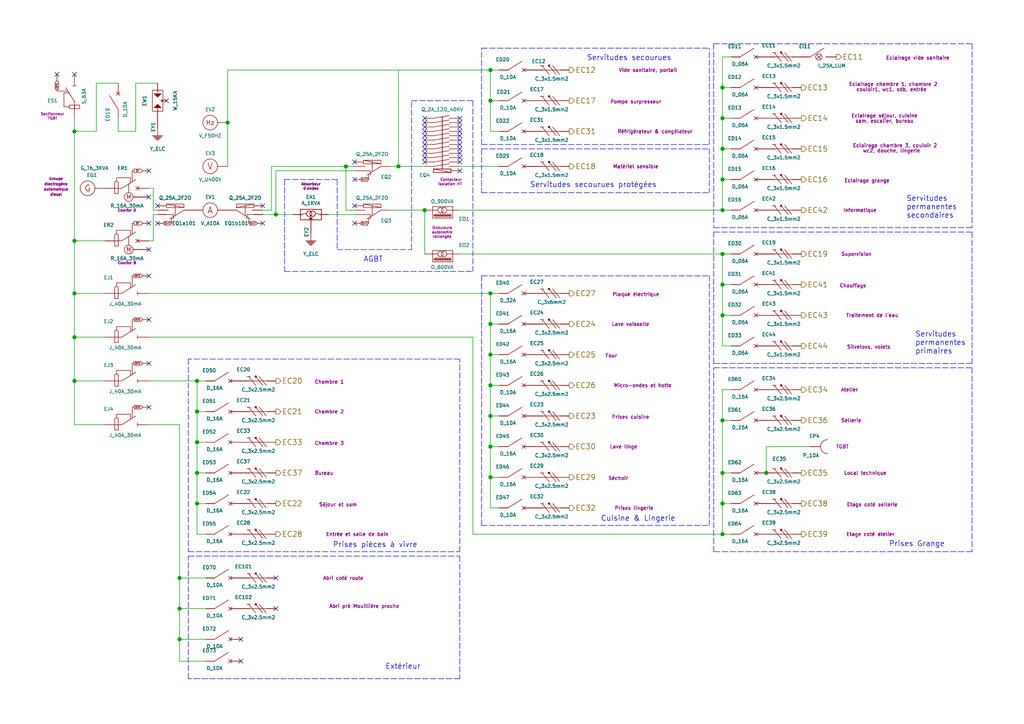
<source format=kicad_sch>
(kicad_sch (version 20210406) (generator eeschema)
  (paper "A4")
  (title_block (title "Exemple librairie elec-unifil") (date "4 jan 2006") (rev "0.3") (comment 1 "Applications pour Electricite"))
  (junction (at 21.59 38.1) (diameter 1.016))
  (junction (at 21.59 69.85) (diameter 1.016))
  (junction (at 21.59 85.09) (diameter 1.016))
  (junction (at 21.59 97.79) (diameter 1.016))
  (junction (at 21.59 110.49) (diameter 1.016))
  (junction (at 52.07 167.64) (diameter 1.016))
  (junction (at 52.07 176.53) (diameter 1.016))
  (junction (at 52.07 185.42) (diameter 1.016))
  (junction (at 57.15 110.49) (diameter 1.016))
  (junction (at 57.15 119.38) (diameter 1.016))
  (junction (at 57.15 128.27) (diameter 1.016))
  (junction (at 57.15 137.16) (diameter 1.016))
  (junction (at 57.15 146.05) (diameter 1.016))
  (junction (at 66.04 35.56) (diameter 1.016))
  (junction (at 80.01 62.23) (diameter 1.016))
  (junction (at 100.33 48.26) (diameter 1.016))
  (junction (at 115.57 48.26) (diameter 1.016))
  (junction (at 123.19 60.96) (diameter 1.016))
  (junction (at 142.24 20.32) (diameter 1.016))
  (junction (at 142.24 29.21) (diameter 1.016))
  (junction (at 142.24 85.09) (diameter 1.016))
  (junction (at 142.24 93.98) (diameter 1.016))
  (junction (at 142.24 102.87) (diameter 1.016))
  (junction (at 142.24 111.76) (diameter 1.016))
  (junction (at 142.24 120.65) (diameter 1.016))
  (junction (at 142.24 129.54) (diameter 1.016))
  (junction (at 142.24 138.43) (diameter 1.016))
  (junction (at 209.55 25.4) (diameter 1.016))
  (junction (at 209.55 34.29) (diameter 1.016))
  (junction (at 209.55 43.18) (diameter 1.016))
  (junction (at 209.55 52.07) (diameter 1.016))
  (junction (at 209.55 60.96) (diameter 1.016))
  (junction (at 209.55 73.66) (diameter 1.016))
  (junction (at 209.55 82.55) (diameter 1.016))
  (junction (at 209.55 91.44) (diameter 1.016))
  (junction (at 209.55 121.92) (diameter 1.016))
  (junction (at 209.55 137.16) (diameter 1.016))
  (junction (at 209.55 146.05) (diameter 1.016))
  (junction (at 209.55 154.94) (diameter 1.016))
  (junction (at 222.25 137.16) (diameter 1.016))
  (no_connect (at 16.51 21.59))
  (no_connect (at 21.59 21.59))
  (no_connect (at 43.18 49.53))
  (no_connect (at 43.18 57.15))
  (no_connect (at 43.18 64.77))
  (no_connect (at 43.18 72.39))
  (no_connect (at 43.18 80.01))
  (no_connect (at 43.18 92.71))
  (no_connect (at 43.18 105.41))
  (no_connect (at 43.18 118.11))
  (no_connect (at 45.72 59.69))
  (no_connect (at 45.72 64.77))
  (no_connect (at 48.26 29.21))
  (no_connect (at 69.85 185.42))
  (no_connect (at 69.85 191.77))
  (no_connect (at 76.2 59.69))
  (no_connect (at 76.2 64.77))
  (no_connect (at 80.01 167.64))
  (no_connect (at 80.01 176.53))
  (no_connect (at 102.87 46.99))
  (no_connect (at 102.87 52.07))
  (no_connect (at 102.87 59.69))
  (no_connect (at 102.87 64.77))
  (no_connect (at 123.19 34.29))
  (no_connect (at 123.19 35.56))
  (no_connect (at 123.19 36.83))
  (no_connect (at 123.19 38.1))
  (no_connect (at 123.19 39.37))
  (no_connect (at 123.19 40.64))
  (no_connect (at 123.19 41.91))
  (no_connect (at 123.19 43.18))
  (no_connect (at 123.19 44.45))
  (no_connect (at 123.19 45.72))
  (no_connect (at 123.19 46.99))
  (no_connect (at 133.35 34.29))
  (no_connect (at 133.35 35.56))
  (no_connect (at 133.35 36.83))
  (no_connect (at 133.35 38.1))
  (no_connect (at 133.35 39.37))
  (no_connect (at 133.35 40.64))
  (no_connect (at 133.35 41.91))
  (no_connect (at 133.35 43.18))
  (no_connect (at 133.35 44.45))
  (no_connect (at 133.35 45.72))
  (no_connect (at 133.35 46.99))
  (no_connect (at 133.35 49.53))
  (wire (pts (xy 21.59 34.29) (xy 21.59 38.1)))
  (wire (pts (xy 21.59 38.1) (xy 21.59 69.85)))
  (wire (pts (xy 21.59 38.1) (xy 27.94 38.1)))
  (wire (pts (xy 21.59 69.85) (xy 21.59 85.09)))
  (wire (pts (xy 21.59 69.85) (xy 30.48 69.85)))
  (wire (pts (xy 21.59 85.09) (xy 21.59 97.79)))
  (wire (pts (xy 21.59 85.09) (xy 30.48 85.09)))
  (wire (pts (xy 21.59 97.79) (xy 21.59 110.49)))
  (wire (pts (xy 21.59 97.79) (xy 30.48 97.79)))
  (wire (pts (xy 21.59 110.49) (xy 21.59 123.19)))
  (wire (pts (xy 21.59 110.49) (xy 30.48 110.49)))
  (wire (pts (xy 21.59 123.19) (xy 30.48 123.19)))
  (wire (pts (xy 27.94 24.13) (xy 34.29 24.13)))
  (wire (pts (xy 27.94 38.1) (xy 27.94 24.13)))
  (wire (pts (xy 34.29 34.29) (xy 34.29 38.1)))
  (wire (pts (xy 34.29 38.1) (xy 39.37 38.1)))
  (wire (pts (xy 39.37 24.13) (xy 45.72 24.13)))
  (wire (pts (xy 39.37 38.1) (xy 39.37 24.13)))
  (wire (pts (xy 43.18 54.61) (xy 44.45 54.61)))
  (wire (pts (xy 43.18 69.85) (xy 44.45 69.85)))
  (wire (pts (xy 43.18 85.09) (xy 142.24 85.09)))
  (wire (pts (xy 43.18 97.79) (xy 137.16 97.79)))
  (wire (pts (xy 43.18 110.49) (xy 57.15 110.49)))
  (wire (pts (xy 43.18 123.19) (xy 52.07 123.19)))
  (wire (pts (xy 44.45 54.61) (xy 44.45 60.96)))
  (wire (pts (xy 44.45 60.96) (xy 45.72 60.96)))
  (wire (pts (xy 44.45 62.23) (xy 45.72 62.23)))
  (wire (pts (xy 44.45 69.85) (xy 44.45 62.23)))
  (wire (pts (xy 52.07 123.19) (xy 52.07 167.64)))
  (wire (pts (xy 52.07 167.64) (xy 52.07 176.53)))
  (wire (pts (xy 52.07 176.53) (xy 52.07 185.42)))
  (wire (pts (xy 52.07 185.42) (xy 52.07 191.77)))
  (wire (pts (xy 52.07 191.77) (xy 59.69 191.77)))
  (wire (pts (xy 57.15 110.49) (xy 57.15 119.38)))
  (wire (pts (xy 57.15 110.49) (xy 59.69 110.49)))
  (wire (pts (xy 57.15 119.38) (xy 57.15 128.27)))
  (wire (pts (xy 57.15 128.27) (xy 57.15 137.16)))
  (wire (pts (xy 57.15 128.27) (xy 59.69 128.27)))
  (wire (pts (xy 57.15 137.16) (xy 57.15 146.05)))
  (wire (pts (xy 57.15 137.16) (xy 59.69 137.16)))
  (wire (pts (xy 57.15 146.05) (xy 57.15 154.94)))
  (wire (pts (xy 57.15 146.05) (xy 59.69 146.05)))
  (wire (pts (xy 57.15 154.94) (xy 59.69 154.94)))
  (wire (pts (xy 59.69 119.38) (xy 57.15 119.38)))
  (wire (pts (xy 59.69 167.64) (xy 52.07 167.64)))
  (wire (pts (xy 59.69 176.53) (xy 52.07 176.53)))
  (wire (pts (xy 59.69 185.42) (xy 52.07 185.42)))
  (wire (pts (xy 66.04 20.32) (xy 66.04 35.56)))
  (wire (pts (xy 66.04 20.32) (xy 142.24 20.32)))
  (wire (pts (xy 66.04 35.56) (xy 66.04 48.26)))
  (wire (pts (xy 76.2 60.96) (xy 78.74 60.96)))
  (wire (pts (xy 76.2 62.23) (xy 80.01 62.23)))
  (wire (pts (xy 78.74 48.26) (xy 100.33 48.26)))
  (wire (pts (xy 78.74 60.96) (xy 78.74 48.26)))
  (wire (pts (xy 80.01 49.53) (xy 102.87 49.53)))
  (wire (pts (xy 80.01 62.23) (xy 80.01 49.53)))
  (wire (pts (xy 80.01 62.23) (xy 85.09 62.23)))
  (wire (pts (xy 95.25 62.23) (xy 102.87 62.23)))
  (wire (pts (xy 100.33 48.26) (xy 100.33 60.96)))
  (wire (pts (xy 100.33 48.26) (xy 102.87 48.26)))
  (wire (pts (xy 100.33 60.96) (xy 102.87 60.96)))
  (wire (pts (xy 113.03 48.26) (xy 115.57 48.26)))
  (wire (pts (xy 113.03 60.96) (xy 123.19 60.96)))
  (wire (pts (xy 115.57 20.32) (xy 115.57 48.26)))
  (wire (pts (xy 115.57 48.26) (xy 123.19 48.26)))
  (wire (pts (xy 123.19 60.96) (xy 123.19 73.66)))
  (wire (pts (xy 133.35 48.26) (xy 144.78 48.26)))
  (wire (pts (xy 133.35 60.96) (xy 209.55 60.96)))
  (wire (pts (xy 133.35 73.66) (xy 209.55 73.66)))
  (wire (pts (xy 137.16 97.79) (xy 137.16 154.94)))
  (wire (pts (xy 137.16 154.94) (xy 209.55 154.94)))
  (wire (pts (xy 142.24 20.32) (xy 142.24 29.21)))
  (wire (pts (xy 142.24 20.32) (xy 144.78 20.32)))
  (wire (pts (xy 142.24 29.21) (xy 142.24 38.1)))
  (wire (pts (xy 142.24 29.21) (xy 144.78 29.21)))
  (wire (pts (xy 142.24 38.1) (xy 144.78 38.1)))
  (wire (pts (xy 142.24 85.09) (xy 142.24 93.98)))
  (wire (pts (xy 142.24 85.09) (xy 144.78 85.09)))
  (wire (pts (xy 142.24 93.98) (xy 142.24 102.87)))
  (wire (pts (xy 142.24 102.87) (xy 142.24 111.76)))
  (wire (pts (xy 142.24 102.87) (xy 144.78 102.87)))
  (wire (pts (xy 142.24 111.76) (xy 142.24 120.65)))
  (wire (pts (xy 142.24 111.76) (xy 144.78 111.76)))
  (wire (pts (xy 142.24 120.65) (xy 142.24 129.54)))
  (wire (pts (xy 142.24 120.65) (xy 144.78 120.65)))
  (wire (pts (xy 142.24 129.54) (xy 142.24 138.43)))
  (wire (pts (xy 142.24 129.54) (xy 144.78 129.54)))
  (wire (pts (xy 142.24 138.43) (xy 142.24 147.32)))
  (wire (pts (xy 142.24 138.43) (xy 144.78 138.43)))
  (wire (pts (xy 142.24 147.32) (xy 144.78 147.32)))
  (wire (pts (xy 144.78 93.98) (xy 142.24 93.98)))
  (wire (pts (xy 209.55 16.51) (xy 209.55 25.4)))
  (wire (pts (xy 209.55 25.4) (xy 209.55 34.29)))
  (wire (pts (xy 209.55 25.4) (xy 212.09 25.4)))
  (wire (pts (xy 209.55 34.29) (xy 209.55 43.18)))
  (wire (pts (xy 209.55 34.29) (xy 212.09 34.29)))
  (wire (pts (xy 209.55 43.18) (xy 209.55 52.07)))
  (wire (pts (xy 209.55 43.18) (xy 212.09 43.18)))
  (wire (pts (xy 209.55 52.07) (xy 209.55 60.96)))
  (wire (pts (xy 209.55 52.07) (xy 212.09 52.07)))
  (wire (pts (xy 209.55 60.96) (xy 212.09 60.96)))
  (wire (pts (xy 209.55 73.66) (xy 209.55 82.55)))
  (wire (pts (xy 209.55 73.66) (xy 212.09 73.66)))
  (wire (pts (xy 209.55 82.55) (xy 209.55 91.44)))
  (wire (pts (xy 209.55 91.44) (xy 209.55 100.33)))
  (wire (pts (xy 209.55 100.33) (xy 212.09 100.33)))
  (wire (pts (xy 209.55 113.03) (xy 209.55 121.92)))
  (wire (pts (xy 209.55 121.92) (xy 209.55 137.16)))
  (wire (pts (xy 209.55 137.16) (xy 209.55 146.05)))
  (wire (pts (xy 209.55 146.05) (xy 209.55 154.94)))
  (wire (pts (xy 209.55 154.94) (xy 212.09 154.94)))
  (wire (pts (xy 212.09 16.51) (xy 209.55 16.51)))
  (wire (pts (xy 212.09 82.55) (xy 209.55 82.55)))
  (wire (pts (xy 212.09 91.44) (xy 209.55 91.44)))
  (wire (pts (xy 212.09 113.03) (xy 209.55 113.03)))
  (wire (pts (xy 212.09 121.92) (xy 209.55 121.92)))
  (wire (pts (xy 212.09 137.16) (xy 209.55 137.16)))
  (wire (pts (xy 212.09 146.05) (xy 209.55 146.05)))
  (wire (pts (xy 222.25 129.54) (xy 222.25 137.16)))
  (wire (pts (xy 234.95 129.54) (xy 222.25 129.54)))
  (polyline (pts (xy 54.61 104.14) (xy 54.61 160.02)) (stroke (width 0) (type dash)))
  (polyline (pts (xy 54.61 160.02) (xy 133.35 160.02)) (stroke (width 0) (type dash)))
  (polyline (pts (xy 54.61 161.29) (xy 133.35 161.29)) (stroke (width 0) (type dash)))
  (polyline (pts (xy 54.61 196.85) (xy 54.61 161.29)) (stroke (width 0) (type dash)))
  (polyline (pts (xy 82.55 52.07) (xy 82.55 78.74)) (stroke (width 0) (type dash)))
  (polyline (pts (xy 82.55 52.07) (xy 97.79 52.07)) (stroke (width 0) (type dash)))
  (polyline (pts (xy 82.55 78.74) (xy 137.16 78.74)) (stroke (width 0) (type dash)))
  (polyline (pts (xy 97.79 52.07) (xy 97.79 72.39)) (stroke (width 0) (type dash)))
  (polyline (pts (xy 97.79 72.39) (xy 119.38 72.39)) (stroke (width 0) (type dash)))
  (polyline (pts (xy 119.38 29.21) (xy 137.16 29.21)) (stroke (width 0) (type dash)))
  (polyline (pts (xy 119.38 72.39) (xy 119.38 29.21)) (stroke (width 0) (type dash)))
  (polyline (pts (xy 133.35 104.14) (xy 54.61 104.14)) (stroke (width 0) (type dash)))
  (polyline (pts (xy 133.35 160.02) (xy 133.35 104.14)) (stroke (width 0) (type dash)))
  (polyline (pts (xy 133.35 161.29) (xy 133.35 196.85)) (stroke (width 0) (type dash)))
  (polyline (pts (xy 133.35 196.85) (xy 54.61 196.85)) (stroke (width 0) (type dash)))
  (polyline (pts (xy 137.16 29.21) (xy 137.16 78.74)) (stroke (width 0) (type dash)))
  (polyline (pts (xy 139.7 13.97) (xy 205.74 13.97)) (stroke (width 0) (type dash)))
  (polyline (pts (xy 139.7 41.91) (xy 139.7 13.97)) (stroke (width 0) (type dash)))
  (polyline (pts (xy 139.7 41.91) (xy 205.74 41.91)) (stroke (width 0) (type dash)))
  (polyline (pts (xy 139.7 43.18) (xy 139.7 55.88)) (stroke (width 0) (type dash)))
  (polyline (pts (xy 139.7 43.18) (xy 205.74 43.18)) (stroke (width 0) (type dash)))
  (polyline (pts (xy 139.7 55.88) (xy 205.74 55.88)) (stroke (width 0) (type dash)))
  (polyline (pts (xy 139.7 80.01) (xy 205.74 80.01)) (stroke (width 0) (type dash)))
  (polyline (pts (xy 139.7 152.4) (xy 139.7 80.01)) (stroke (width 0) (type dash)))
  (polyline (pts (xy 139.7 152.4) (xy 205.74 152.4)) (stroke (width 0) (type dash)))
  (polyline (pts (xy 205.74 41.91) (xy 205.74 13.97)) (stroke (width 0) (type dash)))
  (polyline (pts (xy 205.74 43.18) (xy 205.74 55.88)) (stroke (width 0) (type dash)))
  (polyline (pts (xy 205.74 152.4) (xy 205.74 80.01)) (stroke (width 0) (type dash)))
  (polyline (pts (xy 207.01 12.7) (xy 207.01 66.04)) (stroke (width 0) (type dash)))
  (polyline (pts (xy 207.01 12.7) (xy 281.94 12.7)) (stroke (width 0) (type dash)))
  (polyline (pts (xy 207.01 66.04) (xy 281.94 66.04)) (stroke (width 0) (type dash)))
  (polyline (pts (xy 207.01 67.31) (xy 281.94 67.31)) (stroke (width 0) (type dash)))
  (polyline (pts (xy 207.01 105.41) (xy 207.01 67.31)) (stroke (width 0) (type dash)))
  (polyline (pts (xy 207.01 106.68) (xy 281.94 106.68)) (stroke (width 0) (type dash)))
  (polyline (pts (xy 207.01 160.02) (xy 207.01 106.68)) (stroke (width 0) (type dash)))
  (polyline (pts (xy 281.94 12.7) (xy 281.94 66.04)) (stroke (width 0) (type dash)))
  (polyline (pts (xy 281.94 67.31) (xy 281.94 105.41)) (stroke (width 0) (type dash)))
  (polyline (pts (xy 281.94 105.41) (xy 207.01 105.41)) (stroke (width 0) (type dash)))
  (polyline (pts (xy 281.94 106.68) (xy 281.94 160.02)) (stroke (width 0) (type dash)))
  (polyline (pts (xy 281.94 160.02) (xy 207.01 160.02)) (stroke (width 0) (type dash)))
  (text "Prises pièces à vivre" (at 96.52 159.004 0) (effects (font (size 1.524 1.524)) (justify left bottom)))
  (text "AGBT" (at 105.41 76.2 0) (effects (font (size 1.524 1.524)) (justify left bottom)))
  (text "Extérieur" (at 111.76 194.31 0) (effects (font (size 1.524 1.524)) (justify left bottom)))
  (text "Servitudes secourues protégées" (at 153.67 54.61 0) (effects (font (size 1.524 1.524)) (justify left bottom)))
  (text "Servitudes secourues" (at 170.18 17.78 0) (effects (font (size 1.524 1.524)) (justify left bottom)))
  (text "Cuisine & Lingerie" (at 174.244 151.384 0) (effects (font (size 1.524 1.524)) (justify left bottom)))
  (text "Prises Grange" (at 257.81 158.75 0) (effects (font (size 1.524 1.524)) (justify left bottom)))
  (text "Servitudes\npermanentes\nsecondaires" (at 262.89 63.5 0) (effects (font (size 1.524 1.524)) (justify left bottom)))
  (text "Servitudes\npermanentes\nprimaires" (at 265.43 102.87 0) (effects (font (size 1.524 1.524)) (justify left bottom)))
  (hierarchical_label "EC20" (shape output) (at 80.01 110.49 0) (effects (font (size 1.524 1.524))))
  (hierarchical_label "EC21" (shape output) (at 80.01 119.38 0) (effects (font (size 1.524 1.524))))
  (hierarchical_label "EC33" (shape output) (at 80.01 128.27 0) (effects (font (size 1.524 1.524))))
  (hierarchical_label "EC37" (shape output) (at 80.01 137.16 0) (effects (font (size 1.524 1.524))))
  (hierarchical_label "EC22" (shape output) (at 80.01 146.05 0) (effects (font (size 1.524 1.524))))
  (hierarchical_label "EC28" (shape output) (at 80.01 154.94 0) (effects (font (size 1.524 1.524))))
  (hierarchical_label "EC12" (shape output) (at 165.1 20.32 0) (effects (font (size 1.524 1.524))))
  (hierarchical_label "EC17" (shape output) (at 165.1 29.21 0) (effects (font (size 1.524 1.524))))
  (hierarchical_label "EC31" (shape output) (at 165.1 38.1 0) (effects (font (size 1.524 1.524))))
  (hierarchical_label "EC18" (shape output) (at 165.1 48.26 0) (effects (font (size 1.524 1.524))))
  (hierarchical_label "EC27" (shape output) (at 165.1 85.09 0) (effects (font (size 1.524 1.524))))
  (hierarchical_label "EC24" (shape output) (at 165.1 93.98 0) (effects (font (size 1.524 1.524))))
  (hierarchical_label "EC25" (shape output) (at 165.1 102.87 0) (effects (font (size 1.524 1.524))))
  (hierarchical_label "EC26" (shape output) (at 165.1 111.76 0) (effects (font (size 1.524 1.524))))
  (hierarchical_label "EC23" (shape output) (at 165.1 120.65 0) (effects (font (size 1.524 1.524))))
  (hierarchical_label "EC30" (shape output) (at 165.1 129.54 0) (effects (font (size 1.524 1.524))))
  (hierarchical_label "EC29" (shape output) (at 165.1 138.43 0) (effects (font (size 1.524 1.524))))
  (hierarchical_label "EC32" (shape output) (at 165.1 147.32 0) (effects (font (size 1.524 1.524))))
  (hierarchical_label "EC13" (shape output) (at 232.41 25.4 0) (effects (font (size 1.524 1.524))))
  (hierarchical_label "EC14" (shape output) (at 232.41 34.29 0) (effects (font (size 1.524 1.524))))
  (hierarchical_label "EC15" (shape output) (at 232.41 43.18 0) (effects (font (size 1.524 1.524))))
  (hierarchical_label "EC16" (shape output) (at 232.41 52.07 0) (effects (font (size 1.524 1.524))))
  (hierarchical_label "EC42" (shape output) (at 232.41 60.96 0) (effects (font (size 1.524 1.524))))
  (hierarchical_label "EC19" (shape output) (at 232.41 73.66 0) (effects (font (size 1.524 1.524))))
  (hierarchical_label "EC41" (shape output) (at 232.41 82.55 0) (effects (font (size 1.524 1.524))))
  (hierarchical_label "EC43" (shape output) (at 232.41 91.44 0) (effects (font (size 1.524 1.524))))
  (hierarchical_label "EC44" (shape output) (at 232.41 100.33 0) (effects (font (size 1.524 1.524))))
  (hierarchical_label "EC34" (shape output) (at 232.41 113.03 0) (effects (font (size 1.524 1.524))))
  (hierarchical_label "EC36" (shape output) (at 232.41 121.92 0) (effects (font (size 1.524 1.524))))
  (hierarchical_label "EC35" (shape output) (at 232.41 137.16 0) (effects (font (size 1.524 1.524))))
  (hierarchical_label "EC38" (shape output) (at 232.41 146.05 0) (effects (font (size 1.524 1.524))))
  (hierarchical_label "EC39" (shape output) (at 232.41 154.94 0) (effects (font (size 1.524 1.524))))
  (hierarchical_label "EC11" (shape output) (at 242.57 16.51 0) (effects (font (size 1.524 1.524))))
  (symbol (lib_name "elec-unifil:Y_ELC_1") (lib_id "elec-unifil:Y_ELC") (at 45.72 39.37 90) (unit 1)
    (property "Reference" "EY1" (at 44.45 36.83 0) (effects (font (size 1.016 1.016))))
    (property "Value" "Y_ELC" (at 45.72 43.18 90) (effects (font (size 1.016 1.016))))
  )
  (symbol (lib_id "elec-unifil:Y_ELC") (at 90.17 69.85 90) (unit 1)
    (property "Reference" "EY2" (at 88.9 67.31 0) (effects (font (size 1.016 1.016))))
    (property "Value" "Y_ELC" (at 90.17 73.66 90) (effects (font (size 1.016 1.016))))
  )
  (symbol (lib_id "elec-unifil:P_10A") (at 240.03 129.54 0) (mirror y) (unit 1)
    (property "Reference" "EP4" (at 236.22 126.492 0) (effects (font (size 1.016 1.016))))
    (property "Value" "P_10A" (at 235.204 132.08 0) (effects (font (size 1.016 1.016))))
    (property "Footprint" "TGBT" (at 244.348 129.54 0) (effects (font (size 1.016 1.016))))
  )
  (symbol (lib_id "elec-unifil:A_1KVA") (at 90.17 62.23 0) (unit 1)
    (property "Reference" "EA1" (at 90.17 57.15 0) (effects (font (size 1.016 1.016))))
    (property "Value" "A_1KVA" (at 90.17 58.928 0) (effects (font (size 1.016 1.016))))
    (property "Footprint" "Absorbeur" (at 90.17 53.34 0) (effects (font (size 0.762 0.762))))
    (property "Datasheet" "d'ondes" (at 90.17 54.61 0) (effects (font (size 0.762 0.762))))
  )
  (symbol (lib_id "elec-unifil:G_Th_3KVA") (at 25.4 54.61 0) (unit 1)
    (property "Reference" "EG1" (at 26.67 50.8 0) (effects (font (size 1.016 1.016))))
    (property "Value" "G_Th_3KVA" (at 27.432 48.768 0) (effects (font (size 1.016 1.016))))
    (property "Footprint" "Groupe" (at 16.256 51.816 0) (effects (font (size 0.762 0.762))))
    (property "Datasheet" "électrogène" (at 16.256 53.34 0) (effects (font (size 0.762 0.762))))
    (property "Champ4" "automatique" (at 16.256 54.864 0) (effects (font (size 0.762 0.762))))
    (property "Champ5" "diesel" (at 16.256 56.388 0) (effects (font (size 0.762 0.762))))
  )
  (symbol (lib_id "elec-unifil:V_F50Hz") (at 60.96 35.56 0) (unit 1)
    (property "Reference" "EV2" (at 60.96 31.75 0) (effects (font (size 1.016 1.016))))
    (property "Value" "V_F50HZ" (at 60.96 39.37 0) (effects (font (size 1.016 1.016))))
  )
  (symbol (lib_id "elec-unifil:V_U400V") (at 60.96 48.26 0) (unit 1)
    (property "Reference" "EV3" (at 60.96 44.45 0) (effects (font (size 1.016 1.016))))
    (property "Value" "V_U400V" (at 60.96 52.07 0) (effects (font (size 1.016 1.016))))
  )
  (symbol (lib_name "elec-unifil:Q_25A_2F2O_1") (lib_id "elec-unifil:Q_25A_2F2O") (at 50.8 60.96 180) (unit 1)
    (property "Reference" "EQ1a101" (at 53.34 64.77 0) (effects (font (size 1.016 1.016))))
    (property "Value" "Q_25A_2F2O" (at 50.8 57.404 0) (effects (font (size 1.016 1.016))))
  )
  (symbol (lib_id "elec-unifil:Q_25A_2F2O") (at 71.12 60.96 0) (mirror x) (unit 1)
    (property "Reference" "EQ1b101" (at 68.58 64.77 0) (effects (font (size 1.016 1.016))))
    (property "Value" "Q_25A_2F2O" (at 71.12 57.404 0) (effects (font (size 1.016 1.016))))
  )
  (symbol (lib_name "elec-unifil:Q_25A_2F2O_2") (lib_id "elec-unifil:Q_25A_2F2O") (at 107.95 48.26 180) (unit 1)
    (property "Reference" "EQ2" (at 112.014 51.308 0) (effects (font (size 1.016 1.016))))
    (property "Value" "Q_25A_2F2O" (at 107.95 44.704 0) (effects (font (size 1.016 1.016))))
  )
  (symbol (lib_name "elec-unifil:Q_25A_2F2O_3") (lib_id "elec-unifil:Q_25A_2F2O") (at 107.95 60.96 180) (unit 1)
    (property "Reference" "EQ3" (at 112.014 64.008 0) (effects (font (size 1.016 1.016))))
    (property "Value" "Q_25A_2F2O" (at 107.95 57.404 0) (effects (font (size 1.016 1.016))))
  )
  (symbol (lib_id "elec-unifil:O_900VA") (at 128.27 60.96 0) (unit 1)
    (property "Reference" "EO1" (at 134.62 63.5 0) (effects (font (size 1.016 1.016))))
    (property "Value" "O_900VA" (at 128.27 58.42 0) (effects (font (size 1.016 1.016))))
    (property "Footprint" "Onduleurs" (at 128.27 66.04 0) (effects (font (size 0.762 0.762))))
    (property "Datasheet" "autonomie" (at 128.27 67.31 0) (effects (font (size 0.762 0.762))))
    (property "Champ4" "rallongée" (at 128.27 68.58 0) (effects (font (size 0.762 0.762))))
  )
  (symbol (lib_id "elec-unifil:O_600VA") (at 128.27 73.66 0) (unit 1)
    (property "Reference" "EO2" (at 134.62 71.12 0) (effects (font (size 1.016 1.016))))
    (property "Value" "O_600VA" (at 128.27 77.47 0) (effects (font (size 1.016 1.016))))
  )
  (symbol (lib_id "elec-unifil:W_15KA") (at 45.72 29.21 90) (unit 1)
    (property "Reference" "EW1" (at 41.91 29.21 0) (effects (font (size 1.016 1.016))))
    (property "Value" "W_15KA" (at 50.8 29.21 0) (effects (font (size 1.016 1.016))))
  )
  (symbol (lib_id "elec-unifil:C_3x2.5mm2") (at 74.93 110.49 0) (unit 1)
    (property "Reference" "EC20" (at 70.612 107.188 0) (effects (font (size 1.016 1.016))))
    (property "Value" "C_3x2.5mm2" (at 74.93 113.03 0) (effects (font (size 1.016 1.016))))
  )
  (symbol (lib_id "elec-unifil:C_3x2.5mm2") (at 74.93 119.38 0) (unit 1)
    (property "Reference" "EC21" (at 70.612 116.078 0) (effects (font (size 1.016 1.016))))
    (property "Value" "C_3x2.5mm2" (at 74.93 121.92 0) (effects (font (size 1.016 1.016))))
  )
  (symbol (lib_id "elec-unifil:C_3x2.5mm2") (at 74.93 128.27 0) (unit 1)
    (property "Reference" "EC33" (at 70.612 124.968 0) (effects (font (size 1.016 1.016))))
    (property "Value" "C_3x2.5mm2" (at 74.93 130.81 0) (effects (font (size 1.016 1.016))))
  )
  (symbol (lib_id "elec-unifil:C_3x2.5mm2") (at 74.93 137.16 0) (unit 1)
    (property "Reference" "EC37" (at 70.612 133.858 0) (effects (font (size 1.016 1.016))))
    (property "Value" "C_3x2.5mm2" (at 74.93 139.7 0) (effects (font (size 1.016 1.016))))
  )
  (symbol (lib_id "elec-unifil:C_3x2.5mm2") (at 74.93 146.05 0) (unit 1)
    (property "Reference" "EC22" (at 70.612 142.748 0) (effects (font (size 1.016 1.016))))
    (property "Value" "C_3x2.5mm2" (at 74.93 148.59 0) (effects (font (size 1.016 1.016))))
  )
  (symbol (lib_id "elec-unifil:C_3x2.5mm2") (at 74.93 154.94 0) (unit 1)
    (property "Reference" "EC28" (at 70.612 151.638 0) (effects (font (size 1.016 1.016))))
    (property "Value" "C_3x2.5mm2" (at 74.93 157.48 0) (effects (font (size 1.016 1.016))))
  )
  (symbol (lib_id "elec-unifil:C_3x2.5mm2") (at 74.93 167.64 0) (unit 1)
    (property "Reference" "EC101" (at 70.612 164.338 0) (effects (font (size 1.016 1.016))))
    (property "Value" "C_3x2.5mm2" (at 74.93 170.18 0) (effects (font (size 1.016 1.016))))
  )
  (symbol (lib_id "elec-unifil:C_3x2.5mm2") (at 74.93 176.53 0) (unit 1)
    (property "Reference" "EC102" (at 70.612 173.228 0) (effects (font (size 1.016 1.016))))
    (property "Value" "C_3x2.5mm2" (at 74.93 179.07 0) (effects (font (size 1.016 1.016))))
  )
  (symbol (lib_id "elec-unifil:C_3x1.5mm2") (at 160.02 20.32 0) (unit 1)
    (property "Reference" "EC12" (at 156.21 17.78 0) (effects (font (size 1.016 1.016))))
    (property "Value" "C_3x1.5mm2" (at 160.02 22.86 0) (effects (font (size 1.016 1.016))))
  )
  (symbol (lib_id "elec-unifil:C_3x1.5mm2") (at 160.02 29.21 0) (unit 1)
    (property "Reference" "EC17" (at 155.702 25.908 0) (effects (font (size 1.016 1.016))))
    (property "Value" "C_3x1.5mm2" (at 160.02 31.75 0) (effects (font (size 1.016 1.016))))
  )
  (symbol (lib_id "elec-unifil:C_3x1.5mm2") (at 160.02 38.1 0) (unit 1)
    (property "Reference" "EC31" (at 155.702 34.798 0) (effects (font (size 1.016 1.016))))
    (property "Value" "C_3x1.5mm2" (at 160.02 40.64 0) (effects (font (size 1.016 1.016))))
  )
  (symbol (lib_id "elec-unifil:C_3x1.5mm2") (at 160.02 48.26 0) (unit 1)
    (property "Reference" "EC18" (at 155.702 44.958 0) (effects (font (size 1.016 1.016))))
    (property "Value" "C_3x1.5mm2" (at 160.02 50.8 0) (effects (font (size 1.016 1.016))))
  )
  (symbol (lib_id "elec-unifil:C_3x6mm2") (at 160.02 85.09 0) (unit 1)
    (property "Reference" "EC27" (at 155.702 81.788 0) (effects (font (size 1.016 1.016))))
    (property "Value" "C_3x6mm2" (at 160.02 87.63 0) (effects (font (size 1.016 1.016))))
  )
  (symbol (lib_id "elec-unifil:C_3x2.5mm2") (at 160.02 93.98 0) (unit 1)
    (property "Reference" "EC24" (at 155.702 90.678 0) (effects (font (size 1.016 1.016))))
    (property "Value" "C_3x2.5mm2" (at 160.02 96.52 0) (effects (font (size 1.016 1.016))))
  )
  (symbol (lib_id "elec-unifil:C_3x2.5mm2") (at 160.02 102.87 0) (unit 1)
    (property "Reference" "EC25" (at 155.702 99.568 0) (effects (font (size 1.016 1.016))))
    (property "Value" "C_3x2.5mm2" (at 160.02 105.41 0) (effects (font (size 1.016 1.016))))
  )
  (symbol (lib_id "elec-unifil:C_3x2.5mm2") (at 160.02 111.76 0) (unit 1)
    (property "Reference" "EC26" (at 155.702 108.458 0) (effects (font (size 1.016 1.016))))
    (property "Value" "C_3x2.5mm2" (at 160.02 114.3 0) (effects (font (size 1.016 1.016))))
  )
  (symbol (lib_id "elec-unifil:C_3x2.5mm2") (at 160.02 120.65 0) (unit 1)
    (property "Reference" "EC23" (at 155.702 117.348 0) (effects (font (size 1.016 1.016))))
    (property "Value" "C_3x2.5mm2" (at 160.02 123.19 0) (effects (font (size 1.016 1.016))))
  )
  (symbol (lib_id "elec-unifil:C_3x2.5mm2") (at 160.02 129.54 0) (unit 1)
    (property "Reference" "EC30" (at 155.702 126.238 0) (effects (font (size 1.016 1.016))))
    (property "Value" "C_3x2.5mm2" (at 160.02 132.08 0) (effects (font (size 1.016 1.016))))
  )
  (symbol (lib_id "elec-unifil:C_3x2.5mm2") (at 160.02 138.43 0) (unit 1)
    (property "Reference" "EC29" (at 155.702 135.128 0) (effects (font (size 1.016 1.016))))
    (property "Value" "C_3x2.5mm2" (at 160.02 140.97 0) (effects (font (size 1.016 1.016))))
  )
  (symbol (lib_id "elec-unifil:C_3x2.5mm2") (at 160.02 147.32 0) (unit 1)
    (property "Reference" "EC32" (at 155.702 144.018 0) (effects (font (size 1.016 1.016))))
    (property "Value" "C_3x2.5mm2" (at 160.02 149.86 0) (effects (font (size 1.016 1.016))))
  )
  (symbol (lib_id "elec-unifil:C_3x1.5mm2") (at 227.33 16.51 0) (unit 1)
    (property "Reference" "EC11" (at 223.012 13.208 0) (effects (font (size 1.016 1.016))))
    (property "Value" "C_3x1.5mm2" (at 227.33 19.05 0) (effects (font (size 1.016 1.016))))
  )
  (symbol (lib_id "elec-unifil:C_3x1.5mm2") (at 227.33 25.4 0) (unit 1)
    (property "Reference" "EC13" (at 223.012 22.098 0) (effects (font (size 1.016 1.016))))
    (property "Value" "C_3x1.5mm2" (at 227.33 27.94 0) (effects (font (size 1.016 1.016))))
  )
  (symbol (lib_id "elec-unifil:C_3x1.5mm2") (at 227.33 34.29 0) (unit 1)
    (property "Reference" "EC14" (at 223.012 30.988 0) (effects (font (size 1.016 1.016))))
    (property "Value" "C_3x1.5mm2" (at 227.33 36.83 0) (effects (font (size 1.016 1.016))))
  )
  (symbol (lib_id "elec-unifil:C_3x1.5mm2") (at 227.33 43.18 0) (unit 1)
    (property "Reference" "EC15" (at 223.012 39.878 0) (effects (font (size 1.016 1.016))))
    (property "Value" "C_3x1.5mm2" (at 227.33 45.72 0) (effects (font (size 1.016 1.016))))
  )
  (symbol (lib_id "elec-unifil:C_3x1.5mm2") (at 227.33 52.07 0) (unit 1)
    (property "Reference" "EC16" (at 223.012 48.768 0) (effects (font (size 1.016 1.016))))
    (property "Value" "C_3x1.5mm2" (at 227.33 54.61 0) (effects (font (size 1.016 1.016))))
  )
  (symbol (lib_id "elec-unifil:C_3x1.5mm2") (at 227.33 60.96 0) (unit 1)
    (property "Reference" "EC42" (at 223.012 57.658 0) (effects (font (size 1.016 1.016))))
    (property "Value" "C_3x1.5mm2" (at 227.33 63.5 0) (effects (font (size 1.016 1.016))))
  )
  (symbol (lib_id "elec-unifil:C_3x1.5mm2") (at 227.33 73.66 0) (unit 1)
    (property "Reference" "EC19" (at 223.012 70.358 0) (effects (font (size 1.016 1.016))))
    (property "Value" "C_3x1.5mm2" (at 227.33 76.2 0) (effects (font (size 1.016 1.016))))
  )
  (symbol (lib_id "elec-unifil:C_3x1.5mm2") (at 227.33 82.55 0) (unit 1)
    (property "Reference" "EC41" (at 223.012 79.248 0) (effects (font (size 1.016 1.016))))
    (property "Value" "C_3x1.5mm2" (at 227.33 85.09 0) (effects (font (size 1.016 1.016))))
  )
  (symbol (lib_id "elec-unifil:C_3x1.5mm2") (at 227.33 91.44 0) (unit 1)
    (property "Reference" "EC43" (at 223.012 88.138 0) (effects (font (size 1.016 1.016))))
    (property "Value" "C_3x1.5mm2" (at 227.33 93.98 0) (effects (font (size 1.016 1.016))))
  )
  (symbol (lib_id "elec-unifil:C_3x1.5mm2") (at 227.33 100.33 0) (unit 1)
    (property "Reference" "EC44" (at 223.012 97.028 0) (effects (font (size 1.016 1.016))))
    (property "Value" "C_3x1.5mm2" (at 227.33 102.87 0) (effects (font (size 1.016 1.016))))
  )
  (symbol (lib_id "elec-unifil:C_3x2.5mm2") (at 227.33 113.03 0) (unit 1)
    (property "Reference" "EC34" (at 223.012 109.728 0) (effects (font (size 1.016 1.016))))
    (property "Value" "C_3x2.5mm2" (at 227.33 115.57 0) (effects (font (size 1.016 1.016))))
  )
  (symbol (lib_id "elec-unifil:C_3x2.5mm2") (at 227.33 121.92 0) (unit 1)
    (property "Reference" "EC36" (at 223.012 118.618 0) (effects (font (size 1.016 1.016))))
    (property "Value" "C_3x2.5mm2" (at 227.33 124.46 0) (effects (font (size 1.016 1.016))))
  )
  (symbol (lib_id "elec-unifil:C_3x2.5mm2") (at 227.33 137.16 0) (unit 1)
    (property "Reference" "EC35" (at 226.06 133.096 0) (effects (font (size 1.016 1.016))))
    (property "Value" "C_3x2.5mm2" (at 227.33 139.7 0) (effects (font (size 1.016 1.016))))
  )
  (symbol (lib_id "elec-unifil:C_3x2.5mm2") (at 227.33 146.05 0) (unit 1)
    (property "Reference" "EC38" (at 223.012 142.748 0) (effects (font (size 1.016 1.016))))
    (property "Value" "C_3x2.5mm2" (at 227.33 148.59 0) (effects (font (size 1.016 1.016))))
  )
  (symbol (lib_id "elec-unifil:C_3x2.5mm2") (at 227.33 154.94 0) (unit 1)
    (property "Reference" "EC39" (at 223.012 151.638 0) (effects (font (size 1.016 1.016))))
    (property "Value" "C_3x2.5mm2" (at 227.33 157.48 0) (effects (font (size 1.016 1.016))))
  )
  (symbol (lib_id "elec-unifil:V_A10A") (at 60.96 60.96 0) (unit 1)
    (property "Reference" "EV1" (at 60.96 57.15 0) (effects (font (size 1.016 1.016))))
    (property "Value" "V_A10A" (at 60.96 64.77 0) (effects (font (size 1.016 1.016))))
  )
  (symbol (lib_id "elec-unifil:D_10A") (at 34.29 29.21 90) (unit 1)
    (property "Reference" "ED10" (at 31.242 33.274 0) (effects (font (size 1.016 1.016))))
    (property "Value" "D_10A" (at 36.322 31.75 0) (effects (font (size 1.016 1.016))))
  )
  (symbol (lib_id "elec-unifil:D_16A") (at 64.77 110.49 0) (unit 1)
    (property "Reference" "ED50" (at 60.706 107.442 0) (effects (font (size 1.016 1.016))))
    (property "Value" "D_16A" (at 62.23 112.522 0) (effects (font (size 1.016 1.016))))
    (property "Footprint" "Chambre 1" (at 95.504 110.744 0) (effects (font (size 1.016 1.016))))
  )
  (symbol (lib_id "elec-unifil:D_16A") (at 64.77 119.38 0) (unit 1)
    (property "Reference" "ED51" (at 60.706 116.332 0) (effects (font (size 1.016 1.016))))
    (property "Value" "D_16A" (at 62.23 121.412 0) (effects (font (size 1.016 1.016))))
    (property "Footprint" "Chambre 2" (at 95.504 119.38 0) (effects (font (size 1.016 1.016))))
  )
  (symbol (lib_id "elec-unifil:D_16A") (at 64.77 128.27 0) (unit 1)
    (property "Reference" "ED52" (at 60.706 125.222 0) (effects (font (size 1.016 1.016))))
    (property "Value" "D_16A" (at 62.23 130.302 0) (effects (font (size 1.016 1.016))))
    (property "Footprint" "Chambre 3" (at 95.504 128.524 0) (effects (font (size 1.016 1.016))))
  )
  (symbol (lib_id "elec-unifil:D_16A") (at 64.77 137.16 0) (unit 1)
    (property "Reference" "ED53" (at 60.706 134.112 0) (effects (font (size 1.016 1.016))))
    (property "Value" "D_16A" (at 62.23 139.192 0) (effects (font (size 1.016 1.016))))
    (property "Footprint" "Bureau" (at 93.98 137.16 0) (effects (font (size 1.016 1.016))))
  )
  (symbol (lib_id "elec-unifil:D_16A") (at 64.77 146.05 0) (unit 1)
    (property "Reference" "ED54" (at 60.706 143.002 0) (effects (font (size 1.016 1.016))))
    (property "Value" "D_16A" (at 62.23 148.082 0) (effects (font (size 1.016 1.016))))
    (property "Footprint" "Séjour et sam" (at 98.044 146.304 0) (effects (font (size 1.016 1.016))))
  )
  (symbol (lib_id "elec-unifil:D_16A") (at 64.77 154.94 0) (unit 1)
    (property "Reference" "ED55" (at 60.706 151.892 0) (effects (font (size 1.016 1.016))))
    (property "Value" "D_16A" (at 62.23 156.972 0) (effects (font (size 1.016 1.016))))
    (property "Footprint" "Entrée et salle de bain" (at 103.632 154.94 0) (effects (font (size 1.016 1.016))))
  )
  (symbol (lib_id "elec-unifil:D_10A") (at 64.77 167.64 0) (unit 1)
    (property "Reference" "ED70" (at 60.706 164.592 0) (effects (font (size 1.016 1.016))))
    (property "Value" "D_10A" (at 62.23 169.672 0) (effects (font (size 1.016 1.016))))
    (property "Footprint" "Abri coté route" (at 99.568 167.64 0) (effects (font (size 1.016 1.016))))
  )
  (symbol (lib_id "elec-unifil:D_10A") (at 64.77 176.53 0) (unit 1)
    (property "Reference" "ED71" (at 60.706 173.482 0) (effects (font (size 1.016 1.016))))
    (property "Value" "D_10A" (at 62.23 178.562 0) (effects (font (size 1.016 1.016))))
    (property "Footprint" "Abri pré Mouillière proche" (at 105.664 175.768 0) (effects (font (size 1.016 1.016))))
  )
  (symbol (lib_id "elec-unifil:D_10A") (at 64.77 185.42 0) (unit 1)
    (property "Reference" "ED72" (at 60.706 182.372 0) (effects (font (size 1.016 1.016))))
    (property "Value" "D_10A" (at 62.23 187.452 0) (effects (font (size 1.016 1.016))))
  )
  (symbol (lib_id "elec-unifil:D_10A") (at 64.77 191.77 0) (unit 1)
    (property "Reference" "ED73" (at 60.706 188.722 0) (effects (font (size 1.016 1.016))))
    (property "Value" "D_10A" (at 62.23 193.802 0) (effects (font (size 1.016 1.016))))
  )
  (symbol (lib_id "elec-unifil:D_10A") (at 149.86 20.32 0) (unit 1)
    (property "Reference" "ED20" (at 145.796 17.272 0) (effects (font (size 1.016 1.016))))
    (property "Value" "D_10A" (at 147.32 22.352 0) (effects (font (size 1.016 1.016))))
    (property "Footprint" "Vide sanitaire, portail" (at 187.96 20.32 0) (effects (font (size 1.016 1.016))))
  )
  (symbol (lib_id "elec-unifil:D_10A") (at 149.86 29.21 0) (unit 1)
    (property "Reference" "ED21" (at 146.05 26.67 0) (effects (font (size 1.016 1.016))))
    (property "Value" "D_10A" (at 147.32 31.242 0) (effects (font (size 1.016 1.016))))
    (property "Footprint" "Pompe surpresseur" (at 184.404 29.464 0) (effects (font (size 1.016 1.016))))
  )
  (symbol (lib_id "elec-unifil:D_10A") (at 149.86 38.1 0) (unit 1)
    (property "Reference" "ED22" (at 145.796 35.052 0) (effects (font (size 1.016 1.016))))
    (property "Value" "D_10A" (at 147.32 40.132 0) (effects (font (size 1.016 1.016))))
    (property "Footprint" "Réfrigérateur & congélateur" (at 189.992 38.1 0) (effects (font (size 1.016 1.016))))
  )
  (symbol (lib_id "elec-unifil:D_10A") (at 149.86 48.26 0) (unit 1)
    (property "Reference" "ED25" (at 145.796 45.212 0) (effects (font (size 1.016 1.016))))
    (property "Value" "D_10A" (at 147.32 50.292 0) (effects (font (size 1.016 1.016))))
    (property "Footprint" "Matériel sensible" (at 184.404 48.26 0) (effects (font (size 1.016 1.016))))
  )
  (symbol (lib_id "elec-unifil:D_32A") (at 149.86 85.09 0) (unit 1)
    (property "Reference" "ED40" (at 145.796 82.042 0) (effects (font (size 1.016 1.016))))
    (property "Value" "D_32A" (at 147.32 87.122 0) (effects (font (size 1.016 1.016))))
    (property "Footprint" "Plaque électrique" (at 184.404 85.344 0) (effects (font (size 1.016 1.016))))
  )
  (symbol (lib_id "elec-unifil:D_16A") (at 149.86 93.98 0) (unit 1)
    (property "Reference" "ED41" (at 145.796 90.932 0) (effects (font (size 1.016 1.016))))
    (property "Value" "D_16A" (at 147.32 96.012 0) (effects (font (size 1.016 1.016))))
    (property "Footprint" "Lave vaisselle" (at 182.88 93.98 0) (effects (font (size 1.016 1.016))))
  )
  (symbol (lib_id "elec-unifil:D_16A") (at 149.86 102.87 0) (unit 1)
    (property "Reference" "ED42" (at 145.796 99.822 0) (effects (font (size 1.016 1.016))))
    (property "Value" "D_16A" (at 147.32 104.902 0) (effects (font (size 1.016 1.016))))
    (property "Footprint" "Four" (at 177.292 103.124 0) (effects (font (size 1.016 1.016))))
  )
  (symbol (lib_id "elec-unifil:D_10A") (at 149.86 111.76 0) (unit 1)
    (property "Reference" "ED43" (at 145.796 108.712 0) (effects (font (size 1.016 1.016))))
    (property "Value" "D_10A" (at 147.32 113.792 0) (effects (font (size 1.016 1.016))))
    (property "Footprint" "Micro-ondes et hotte" (at 186.436 111.76 0) (effects (font (size 1.016 1.016))))
  )
  (symbol (lib_id "elec-unifil:D_10A") (at 149.86 120.65 0) (unit 1)
    (property "Reference" "ED44" (at 145.796 117.602 0) (effects (font (size 1.016 1.016))))
    (property "Value" "D_10A" (at 147.32 122.682 0) (effects (font (size 1.016 1.016))))
    (property "Footprint" "Prises cuisine" (at 182.88 120.904 0) (effects (font (size 1.016 1.016))))
  )
  (symbol (lib_id "elec-unifil:D_16A") (at 149.86 129.54 0) (unit 1)
    (property "Reference" "ED45" (at 145.796 126.492 0) (effects (font (size 1.016 1.016))))
    (property "Value" "D_16A" (at 147.32 131.572 0) (effects (font (size 1.016 1.016))))
    (property "Footprint" "Lave linge" (at 180.848 129.54 0) (effects (font (size 1.016 1.016))))
  )
  (symbol (lib_id "elec-unifil:D_16A") (at 149.86 138.43 0) (unit 1)
    (property "Reference" "ED46" (at 145.796 135.382 0) (effects (font (size 1.016 1.016))))
    (property "Value" "D_16A" (at 147.32 140.462 0) (effects (font (size 1.016 1.016))))
    (property "Footprint" "Séchoir" (at 179.324 138.684 0) (effects (font (size 1.016 1.016))))
  )
  (symbol (lib_id "elec-unifil:D_10A") (at 149.86 147.32 0) (unit 1)
    (property "Reference" "ED47" (at 145.796 144.272 0) (effects (font (size 1.016 1.016))))
    (property "Value" "D_10A" (at 147.32 149.352 0) (effects (font (size 1.016 1.016))))
    (property "Footprint" "Prises lingerie" (at 183.896 147.32 0) (effects (font (size 1.016 1.016))))
  )
  (symbol (lib_id "elec-unifil:D_06A") (at 217.17 16.51 0) (unit 1)
    (property "Reference" "ED11" (at 213.106 13.462 0) (effects (font (size 1.016 1.016))))
    (property "Value" "D_06A" (at 214.63 18.542 0) (effects (font (size 1.016 1.016))))
    (property "Footprint" "Eclairage vide sanitaire" (at 266.192 16.764 0) (effects (font (size 1.016 1.016))))
  )
  (symbol (lib_id "elec-unifil:D_06A") (at 217.17 25.4 0) (unit 1)
    (property "Reference" "ED12" (at 213.106 22.352 0) (effects (font (size 1.016 1.016))))
    (property "Value" "D_06A" (at 214.63 27.432 0) (effects (font (size 1.016 1.016))))
    (property "Footprint" "Eclairage chambre 1, chambre 2" (at 259.08 24.384 0) (effects (font (size 1.016 1.016))))
    (property "Datasheet" "couloir1, wc1, sdb, entrée" (at 258.572 25.908 0) (effects (font (size 1.016 1.016))))
  )
  (symbol (lib_id "elec-unifil:D_06A") (at 217.17 34.29 0) (unit 1)
    (property "Reference" "ED13" (at 213.106 31.242 0) (effects (font (size 1.016 1.016))))
    (property "Value" "D_06A" (at 214.63 36.322 0) (effects (font (size 1.016 1.016))))
    (property "Footprint" "Eclairage séjour, cuisine" (at 256.54 33.528 0) (effects (font (size 1.016 1.016))))
    (property "Datasheet" "sam, escalier, bureau" (at 256.54 35.052 0) (effects (font (size 1.016 1.016))))
  )
  (symbol (lib_id "elec-unifil:D_06A") (at 217.17 43.18 0) (unit 1)
    (property "Reference" "ED14" (at 213.106 40.132 0) (effects (font (size 1.016 1.016))))
    (property "Value" "D_06A" (at 214.63 45.212 0) (effects (font (size 1.016 1.016))))
    (property "Footprint" "Eclairage chambre 3, couloir 2" (at 259.588 42.164 0) (effects (font (size 1.016 1.016))))
    (property "Datasheet" "wc2, douche, lingerie" (at 258.572 43.688 0) (effects (font (size 1.016 1.016))))
  )
  (symbol (lib_id "elec-unifil:D_06A") (at 217.17 52.07 0) (unit 1)
    (property "Reference" "ED15" (at 213.106 49.022 0) (effects (font (size 1.016 1.016))))
    (property "Value" "D_06A" (at 214.63 54.102 0) (effects (font (size 1.016 1.016))))
    (property "Footprint" "Eclairage grange" (at 251.46 52.324 0) (effects (font (size 1.016 1.016))))
  )
  (symbol (lib_id "elec-unifil:D_06A") (at 217.17 60.96 0) (unit 1)
    (property "Reference" "ED16" (at 213.106 57.912 0) (effects (font (size 1.016 1.016))))
    (property "Value" "D_06A" (at 214.63 62.992 0) (effects (font (size 1.016 1.016))))
    (property "Footprint" "Informatique" (at 249.428 60.96 0) (effects (font (size 1.016 1.016))))
  )
  (symbol (lib_id "elec-unifil:D_06A") (at 217.17 73.66 0) (unit 1)
    (property "Reference" "ED30" (at 213.106 70.612 0) (effects (font (size 1.016 1.016))))
    (property "Value" "D_06A" (at 214.63 75.692 0) (effects (font (size 1.016 1.016))))
    (property "Footprint" "Supervision" (at 248.412 73.66 0) (effects (font (size 1.016 1.016))))
  )
  (symbol (lib_id "elec-unifil:D_06A") (at 217.17 82.55 0) (unit 1)
    (property "Reference" "ED31" (at 213.106 79.502 0) (effects (font (size 1.016 1.016))))
    (property "Value" "D_06A" (at 214.63 84.582 0) (effects (font (size 1.016 1.016))))
    (property "Footprint" "Chauffage" (at 247.396 82.804 0) (effects (font (size 1.016 1.016))))
  )
  (symbol (lib_id "elec-unifil:D_06A") (at 217.17 91.44 0) (unit 1)
    (property "Reference" "ED32" (at 213.106 88.392 0) (effects (font (size 1.016 1.016))))
    (property "Value" "D_06A" (at 214.63 93.472 0) (effects (font (size 1.016 1.016))))
    (property "Footprint" "Traitement de l'eau" (at 252.984 91.44 0) (effects (font (size 1.016 1.016))))
  )
  (symbol (lib_id "elec-unifil:D_06A") (at 217.17 100.33 0) (unit 1)
    (property "Reference" "ED33" (at 213.106 97.282 0) (effects (font (size 1.016 1.016))))
    (property "Value" "D_06A" (at 214.63 102.362 0) (effects (font (size 1.016 1.016))))
    (property "Footprint" "Silveloxs, volets" (at 251.968 100.584 0) (effects (font (size 1.016 1.016))))
  )
  (symbol (lib_id "elec-unifil:D_16A") (at 217.17 113.03 0) (unit 1)
    (property "Reference" "ED60" (at 213.106 109.982 0) (effects (font (size 1.016 1.016))))
    (property "Value" "D_16A" (at 214.63 115.062 0) (effects (font (size 1.016 1.016))))
    (property "Footprint" "Atelier" (at 246.38 113.03 0) (effects (font (size 1.016 1.016))))
  )
  (symbol (lib_id "elec-unifil:D_16A") (at 217.17 121.92 0) (unit 1)
    (property "Reference" "ED61" (at 213.106 118.872 0) (effects (font (size 1.016 1.016))))
    (property "Value" "D_16A" (at 214.63 123.952 0) (effects (font (size 1.016 1.016))))
    (property "Footprint" "Sellerie" (at 246.888 121.92 0) (effects (font (size 1.016 1.016))))
  )
  (symbol (lib_id "elec-unifil:D_16A") (at 217.17 137.16 0) (unit 1)
    (property "Reference" "ED62" (at 213.106 134.112 0) (effects (font (size 1.016 1.016))))
    (property "Value" "D_16A" (at 214.63 139.192 0) (effects (font (size 1.016 1.016))))
    (property "Footprint" "Local technique" (at 250.952 137.16 0) (effects (font (size 1.016 1.016))))
  )
  (symbol (lib_id "elec-unifil:D_16A") (at 217.17 146.05 0) (unit 1)
    (property "Reference" "ED63" (at 213.106 143.002 0) (effects (font (size 1.016 1.016))))
    (property "Value" "D_16A" (at 214.63 148.082 0) (effects (font (size 1.016 1.016))))
    (property "Footprint" "Etage coté sellerie" (at 252.984 146.304 0) (effects (font (size 1.016 1.016))))
  )
  (symbol (lib_id "elec-unifil:D_16A") (at 217.17 154.94 0) (unit 1)
    (property "Reference" "ED64" (at 213.106 151.892 0) (effects (font (size 1.016 1.016))))
    (property "Value" "D_16A" (at 214.63 156.972 0) (effects (font (size 1.016 1.016))))
    (property "Footprint" "Etage coté atelier" (at 252.476 154.94 0) (effects (font (size 1.016 1.016))))
  )
  (symbol (lib_id "elec-unifil:I_25A_LUM") (at 237.49 16.51 0) (unit 1)
    (property "Reference" "EI11" (at 233.426 13.462 0) (effects (font (size 1.016 1.016))))
    (property "Value" "I_25A_LUM" (at 241.3 19.05 0) (effects (font (size 1.016 1.016))))
  )
  (symbol (lib_id "elec-unifil:J_40A_30mA") (at 36.83 85.09 0) (unit 1)
    (property "Reference" "EJ1" (at 31.496 80.518 0) (effects (font (size 1.016 1.016))))
    (property "Value" "J_40A_30mA" (at 36.322 88.138 0) (effects (font (size 1.016 1.016))))
  )
  (symbol (lib_id "elec-unifil:J_40A_30mA") (at 36.83 97.79 0) (unit 1)
    (property "Reference" "EJ2" (at 31.496 93.218 0) (effects (font (size 1.016 1.016))))
    (property "Value" "J_40A_30mA" (at 36.322 100.838 0) (effects (font (size 1.016 1.016))))
  )
  (symbol (lib_id "elec-unifil:J_40A_30mA") (at 36.83 110.49 0) (unit 1)
    (property "Reference" "EJ3" (at 31.496 105.918 0) (effects (font (size 1.016 1.016))))
    (property "Value" "J_40A_30mA" (at 36.322 113.538 0) (effects (font (size 1.016 1.016))))
  )
  (symbol (lib_id "elec-unifil:J_40A_30mA") (at 36.83 123.19 0) (unit 1)
    (property "Reference" "EJ4" (at 31.496 118.618 0) (effects (font (size 1.016 1.016))))
    (property "Value" "J_40A_30mA" (at 36.322 126.238 0) (effects (font (size 1.016 1.016))))
  )
  (symbol (lib_id "elec-unifil:S_63A") (at 21.59 27.94 90) (unit 1)
    (property "Reference" "ES1" (at 15.24 29.21 90) (effects (font (size 1.016 1.016))))
    (property "Value" "S_63A" (at 24.384 27.94 0) (effects (font (size 1.016 1.016))))
    (property "Footprint" "Sectionneur" (at 15.24 33.02 90) (effects (font (size 0.762 0.762))))
    (property "Datasheet" "TGBT" (at 15.24 34.29 90) (effects (font (size 0.762 0.762))))
  )
  (symbol (lib_id "elec-unifil:R_16A_30mA") (at 36.83 54.61 0) (unit 1)
    (property "Reference" "ER1" (at 35.56 48.768 0) (effects (font (size 1.016 1.016))))
    (property "Value" "R_16A_30mA" (at 36.83 59.69 0) (effects (font (size 1.016 1.016))))
    (property "Footprint" "Courbe D" (at 36.83 60.96 0) (effects (font (size 0.762 0.762))))
  )
  (symbol (lib_id "elec-unifil:R_16A_30mA") (at 36.83 69.85 0) (unit 1)
    (property "Reference" "ER2" (at 31.496 65.278 0) (effects (font (size 1.016 1.016))))
    (property "Value" "R_16A_30mA" (at 36.83 74.93 0) (effects (font (size 1.016 1.016))))
    (property "Footprint" "Courbe B" (at 36.83 76.2 0) (effects (font (size 0.762 0.762))))
  )
  (symbol (lib_id "elec-unifil:Q_2A_12O_40KV") (at 128.27 34.29 0) (unit 1)
    (property "Reference" "EQ4" (at 123.19 50.8 0) (effects (font (size 1.016 1.016))))
    (property "Value" "Q_2A_12O_40KV" (at 128.27 31.75 0) (effects (font (size 1.016 1.016))))
    (property "Footprint" "Contacteur" (at 130.81 52.07 0) (effects (font (size 0.762 0.762))))
    (property "Datasheet" "isolation HT " (at 130.81 53.34 0) (effects (font (size 0.762 0.762))))
  )
)
</source>
